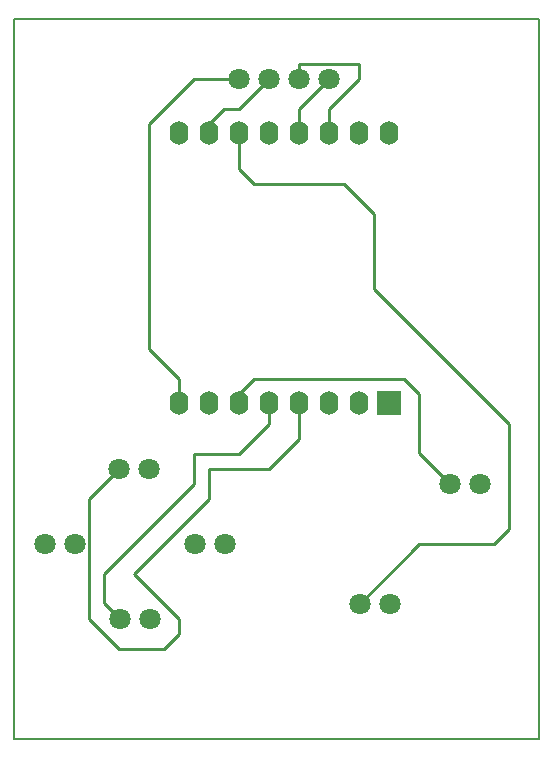
<source format=gbr>
%TF.GenerationSoftware,KiCad,Pcbnew,7.0.9+dfsg-1*%
%TF.CreationDate,2023-12-14T21:32:30+07:00*%
%TF.ProjectId,wifi,77696669-2e6b-4696-9361-645f70636258,rev?*%
%TF.SameCoordinates,Original*%
%TF.FileFunction,Copper,L1,Top*%
%TF.FilePolarity,Positive*%
%FSLAX46Y46*%
G04 Gerber Fmt 4.6, Leading zero omitted, Abs format (unit mm)*
G04 Created by KiCad (PCBNEW 7.0.9+dfsg-1) date 2023-12-14 21:32:30*
%MOMM*%
%LPD*%
G01*
G04 APERTURE LIST*
%TA.AperFunction,NonConductor*%
%ADD10C,0.200000*%
%TD*%
%TA.AperFunction,ComponentPad*%
%ADD11C,1.800000*%
%TD*%
%TA.AperFunction,ComponentPad*%
%ADD12R,2.000000X2.000000*%
%TD*%
%TA.AperFunction,ComponentPad*%
%ADD13O,1.600000X2.000000*%
%TD*%
%TA.AperFunction,Conductor*%
%ADD14C,0.250000*%
%TD*%
G04 APERTURE END LIST*
D10*
X179070000Y-137160000D02*
X179070000Y-76200000D01*
X179070000Y-76200000D02*
X134620000Y-76200000D01*
X134620000Y-137160000D02*
X179070000Y-137160000D01*
X134620000Y-76200000D02*
X134620000Y-137160000D01*
D11*
%TO.P,UP,1*%
%TO.N,N/C*%
X143510000Y-114300000D03*
%TO.P,UP,2*%
X146050000Y-114300000D03*
%TD*%
%TO.P,LEFT,1*%
%TO.N,N/C*%
X137190000Y-120650000D03*
%TO.P,LEFT,2*%
X139730000Y-120650000D03*
%TD*%
%TO.P,DOWN,1*%
%TO.N,N/C*%
X143540000Y-127000000D03*
%TO.P,DOWN,2*%
X146080000Y-127000000D03*
%TD*%
%TO.P,RIGHT,1*%
%TO.N,N/C*%
X149890000Y-120650000D03*
%TO.P,RIGHT,2*%
X152430000Y-120650000D03*
%TD*%
%TO.P,A,1*%
%TO.N,N/C*%
X171480000Y-115570000D03*
%TO.P,A,2*%
X174020000Y-115570000D03*
%TD*%
%TO.P,B,1*%
%TO.N,N/C*%
X163860000Y-125730000D03*
%TO.P,B,2*%
X166400000Y-125730000D03*
%TD*%
%TO.P,Display,1*%
%TO.N,N/C*%
X153670000Y-81280000D03*
%TO.P,Display,2*%
X156210000Y-81280000D03*
%TO.P,Display,3*%
X158750000Y-81280000D03*
%TO.P,Display,4*%
X161290000Y-81280000D03*
%TD*%
D12*
%TO.P,REF\u002A\u002A,1*%
%TO.N,N/C*%
X166370000Y-108735000D03*
D13*
%TO.P,REF\u002A\u002A,2*%
X163830000Y-108735000D03*
%TO.P,REF\u002A\u002A,3*%
X161290000Y-108735000D03*
%TO.P,REF\u002A\u002A,4*%
X158750000Y-108735000D03*
%TO.P,REF\u002A\u002A,5*%
X156210000Y-108735000D03*
%TO.P,REF\u002A\u002A,6*%
X153670000Y-108735000D03*
%TO.P,REF\u002A\u002A,7*%
X151130000Y-108735000D03*
%TO.P,REF\u002A\u002A,8*%
X148590000Y-108735000D03*
%TO.P,REF\u002A\u002A,9*%
X148590000Y-85875000D03*
%TO.P,REF\u002A\u002A,10*%
X151130000Y-85875000D03*
%TO.P,REF\u002A\u002A,11*%
X153670000Y-85875000D03*
%TO.P,REF\u002A\u002A,12*%
X156210000Y-85875000D03*
%TO.P,REF\u002A\u002A,13*%
X158750000Y-85875000D03*
%TO.P,REF\u002A\u002A,14*%
X161290000Y-85875000D03*
%TO.P,REF\u002A\u002A,15*%
X163830000Y-85875000D03*
%TO.P,REF\u002A\u002A,16*%
X166370000Y-85875000D03*
%TD*%
D14*
%TO.N,*%
X168910000Y-113000000D02*
X171480000Y-115570000D01*
X153670000Y-85875000D02*
X153670000Y-88900000D01*
X167640000Y-106680000D02*
X168910000Y-107950000D01*
X148590000Y-128270000D02*
X148590000Y-127000000D01*
X148590000Y-106680000D02*
X146050000Y-104140000D01*
X158750000Y-111760000D02*
X158750000Y-108735000D01*
X161290000Y-83820000D02*
X163830000Y-81280000D01*
X149860000Y-115570000D02*
X142240000Y-123190000D01*
X153670000Y-108735000D02*
X153670000Y-107950000D01*
X152400000Y-83820000D02*
X151130000Y-85090000D01*
X156210000Y-114300000D02*
X158750000Y-111760000D01*
X140970000Y-127000000D02*
X143510000Y-129540000D01*
X153670000Y-113030000D02*
X149860000Y-113030000D01*
X154940000Y-90170000D02*
X162560000Y-90170000D01*
X161290000Y-81280000D02*
X158750000Y-83820000D01*
X149860000Y-81280000D02*
X153670000Y-81280000D01*
X165100000Y-92710000D02*
X165100000Y-99060000D01*
X176530000Y-110490000D02*
X176530000Y-119380000D01*
X163830000Y-80010000D02*
X158750000Y-80010000D01*
X148590000Y-127000000D02*
X144780000Y-123190000D01*
X147320000Y-129540000D02*
X148590000Y-128270000D01*
X143510000Y-114300000D02*
X140970000Y-116840000D01*
X175230000Y-120680000D02*
X168910000Y-120680000D01*
X153670000Y-88900000D02*
X154940000Y-90170000D01*
X176530000Y-119380000D02*
X175230000Y-120680000D01*
X142240000Y-123190000D02*
X142240000Y-125700000D01*
X158750000Y-83820000D02*
X158750000Y-85875000D01*
X148590000Y-108735000D02*
X148590000Y-106680000D01*
X146050000Y-85090000D02*
X149860000Y-81280000D01*
X144780000Y-123190000D02*
X151130000Y-116840000D01*
X153670000Y-83820000D02*
X152400000Y-83820000D01*
X156210000Y-110490000D02*
X153670000Y-113030000D01*
X158750000Y-80010000D02*
X158750000Y-81280000D01*
X143510000Y-129540000D02*
X147320000Y-129540000D01*
X153670000Y-107950000D02*
X154940000Y-106680000D01*
X149860000Y-113030000D02*
X149860000Y-115570000D01*
X142240000Y-125700000D02*
X143540000Y-127000000D01*
X168910000Y-107950000D02*
X168910000Y-113000000D01*
X151130000Y-116840000D02*
X151130000Y-114300000D01*
X156210000Y-108735000D02*
X156210000Y-110490000D01*
X146050000Y-104140000D02*
X146050000Y-85090000D01*
X168910000Y-120680000D02*
X163860000Y-125730000D01*
X154940000Y-106680000D02*
X167640000Y-106680000D01*
X161290000Y-85875000D02*
X161290000Y-83820000D01*
X156210000Y-81280000D02*
X153670000Y-83820000D01*
X165100000Y-99060000D02*
X176530000Y-110490000D01*
X151130000Y-85090000D02*
X151130000Y-85875000D01*
X140970000Y-116840000D02*
X140970000Y-127000000D01*
X151130000Y-114300000D02*
X156210000Y-114300000D01*
X162560000Y-90170000D02*
X165100000Y-92710000D01*
X163830000Y-81280000D02*
X163830000Y-80010000D01*
%TD*%
M02*

</source>
